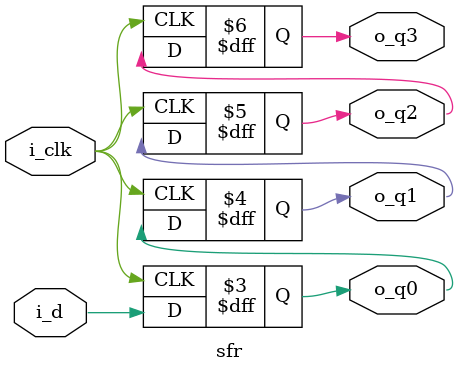
<source format=sv>
module sfr(i_d,i_clk, o_q0, o_q1, o_q2, o_q3);
  input i_d,i_clk;
  output o_q0,o_q1,o_q2,o_q3;
  
  reg o_q0;
  reg o_q1;
  reg o_q2;
  reg o_q3;
  
  initial begin
    o_q0 <= 1'b0;
    o_q1 <= 1'b0;
    o_q2 <= 1'b0;
    o_q3 <= 1'b0;
  end
  
  always @ (posedge i_clk)
    begin
      o_q0 <= i_d;
      o_q1 <= o_q0;
      o_q2 <= o_q1;
      o_q3 <= o_q2;
    end
endmodule

</source>
